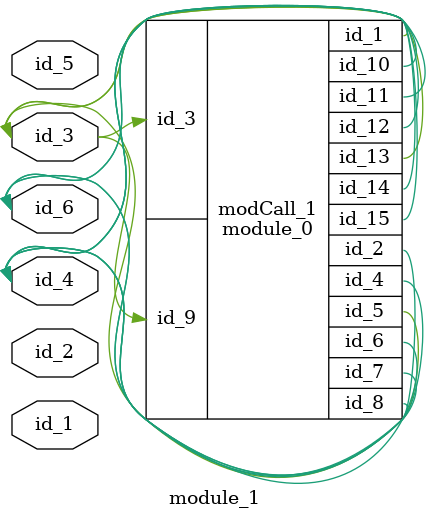
<source format=v>
module module_0 (
    id_1,
    id_2,
    id_3,
    id_4,
    id_5,
    id_6,
    id_7,
    id_8,
    id_9,
    id_10,
    id_11,
    id_12,
    id_13,
    id_14,
    id_15
);
  inout wire id_15;
  inout wire id_14;
  inout wire id_13;
  output wire id_12;
  inout wire id_11;
  inout wire id_10;
  input wire id_9;
  output wire id_8;
  output wire id_7;
  output wire id_6;
  output wire id_5;
  output wire id_4;
  input wire id_3;
  inout wire id_2;
  inout wire id_1;
  assign {-1, id_2, id_9, -1} = 1;
  assign id_1 = 1 ? id_14 : -1;
endmodule
module module_1 (
    id_1,
    id_2,
    id_3,
    id_4,
    id_5,
    id_6
);
  inout wire id_6;
  input wire id_5;
  inout wire id_4;
  inout wire id_3;
  input wire id_2;
  input wire id_1;
  module_0 modCall_1 (
      id_3,
      id_6,
      id_3,
      id_4,
      id_3,
      id_4,
      id_4,
      id_6,
      id_3,
      id_6,
      id_6,
      id_4,
      id_3,
      id_4,
      id_4
  );
  wire id_7, id_8;
endmodule

</source>
